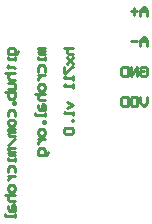
<source format=gbo>
G04 Layer_Color=13813960*
%FSLAX25Y25*%
%MOIN*%
G70*
G01*
G75*
%ADD20C,0.01000*%
D20*
X153500Y293500D02*
X151367D01*
Y292967D01*
X151900Y292434D01*
X153500D01*
X151900D01*
X151367Y291900D01*
X151900Y291367D01*
X153500D01*
Y290301D02*
Y289235D01*
Y289768D01*
X151367D01*
Y290301D01*
Y285503D02*
Y287102D01*
X151900Y287635D01*
X152967D01*
X153500Y287102D01*
Y285503D01*
X151367Y284436D02*
X153500D01*
X152434D01*
X151900Y283903D01*
X151367Y283370D01*
Y282837D01*
X153500Y280704D02*
Y279638D01*
X152967Y279105D01*
X151900D01*
X151367Y279638D01*
Y280704D01*
X151900Y281237D01*
X152967D01*
X153500Y280704D01*
X150301Y278038D02*
X153500D01*
X151900D01*
X151367Y277505D01*
Y276439D01*
X151900Y275906D01*
X153500D01*
X151367Y274306D02*
Y273240D01*
X151900Y272707D01*
X153500D01*
Y274306D01*
X152967Y274839D01*
X152434Y274306D01*
Y272707D01*
X153500Y271640D02*
Y270574D01*
Y271107D01*
X150301D01*
Y271640D01*
X153500Y268975D02*
X152967D01*
Y268441D01*
X153500D01*
Y268975D01*
Y265776D02*
Y264709D01*
X152967Y264176D01*
X151900D01*
X151367Y264709D01*
Y265776D01*
X151900Y266309D01*
X152967D01*
X153500Y265776D01*
X151367Y263110D02*
X153500D01*
X152434D01*
X151900Y262577D01*
X151367Y262043D01*
Y261510D01*
X154566Y258844D02*
Y258311D01*
X154033Y257778D01*
X151367D01*
Y259378D01*
X151900Y259911D01*
X152967D01*
X153500Y259378D01*
Y257778D01*
X159801Y293500D02*
X163000D01*
X161400D01*
X160867Y292967D01*
Y291900D01*
X161400Y291367D01*
X163000D01*
X160867Y290301D02*
X163000Y288168D01*
X161934Y289235D01*
X160867Y288168D01*
X163000Y290301D01*
X159801Y287102D02*
Y284969D01*
X160334D01*
X162467Y287102D01*
X163000D01*
Y283903D02*
Y282837D01*
Y283370D01*
X159801D01*
X160334Y283903D01*
X163000Y281237D02*
Y280171D01*
Y280704D01*
X159801D01*
X160334Y281237D01*
X160867Y275373D02*
X163000Y274306D01*
X160867Y273240D01*
X163000Y272174D02*
Y271107D01*
Y271640D01*
X159801D01*
X160334Y272174D01*
X163000Y269508D02*
X162467D01*
Y268975D01*
X163000D01*
Y269508D01*
X160334Y266842D02*
X159801Y266309D01*
Y265243D01*
X160334Y264709D01*
X162467D01*
X163000Y265243D01*
Y266309D01*
X162467Y266842D01*
X160334D01*
X144566Y292434D02*
Y291900D01*
X144033Y291367D01*
X141367D01*
Y292967D01*
X141901Y293500D01*
X142967D01*
X143500Y292967D01*
Y291367D01*
Y290301D02*
Y289235D01*
Y289768D01*
X141367D01*
Y290301D01*
X140834Y287102D02*
X141367D01*
Y287635D01*
Y286569D01*
Y287102D01*
X142967D01*
X143500Y286569D01*
X140301Y284969D02*
X143500D01*
X141901D01*
X141367Y284436D01*
Y283370D01*
X141901Y282837D01*
X143500D01*
X141367Y281770D02*
X142967D01*
X143500Y281237D01*
Y279638D01*
X141367D01*
X140301Y278572D02*
X143500D01*
Y276972D01*
X142967Y276439D01*
X142434D01*
X141901D01*
X141367Y276972D01*
Y278572D01*
X143500Y275373D02*
X142967D01*
Y274839D01*
X143500D01*
Y275373D01*
X141367Y270574D02*
Y272174D01*
X141901Y272707D01*
X142967D01*
X143500Y272174D01*
Y270574D01*
Y268975D02*
Y267908D01*
X142967Y267375D01*
X141901D01*
X141367Y267908D01*
Y268975D01*
X141901Y269508D01*
X142967D01*
X143500Y268975D01*
Y266309D02*
X141367D01*
Y265776D01*
X141901Y265243D01*
X143500D01*
X141901D01*
X141367Y264709D01*
X141901Y264176D01*
X143500D01*
Y263110D02*
X141367Y260977D01*
X143500Y259911D02*
X141367D01*
Y259378D01*
X141901Y258844D01*
X143500D01*
X141901D01*
X141367Y258311D01*
X141901Y257778D01*
X143500D01*
Y256712D02*
Y255646D01*
Y256179D01*
X141367D01*
Y256712D01*
Y251913D02*
Y253513D01*
X141901Y254046D01*
X142967D01*
X143500Y253513D01*
Y251913D01*
X141367Y250847D02*
X143500D01*
X142434D01*
X141901Y250314D01*
X141367Y249781D01*
Y249248D01*
X143500Y247115D02*
Y246049D01*
X142967Y245515D01*
X141901D01*
X141367Y246049D01*
Y247115D01*
X141901Y247648D01*
X142967D01*
X143500Y247115D01*
X140301Y244449D02*
X143500D01*
X141901D01*
X141367Y243916D01*
Y242850D01*
X141901Y242317D01*
X143500D01*
X141367Y240717D02*
Y239651D01*
X141901Y239118D01*
X143500D01*
Y240717D01*
X142967Y241250D01*
X142434Y240717D01*
Y239118D01*
X143500Y238051D02*
Y236985D01*
Y237518D01*
X140301D01*
Y238051D01*
X185367Y286666D02*
X185900Y287199D01*
X186967D01*
X187500Y286666D01*
Y284533D01*
X186967Y284000D01*
X185900D01*
X185367Y284533D01*
Y285599D01*
X186434D01*
X184301Y284000D02*
Y287199D01*
X182168Y284000D01*
Y287199D01*
X181102D02*
Y284000D01*
X179503D01*
X178969Y284533D01*
Y286666D01*
X179503Y287199D01*
X181102D01*
X187500Y277199D02*
Y275066D01*
X186434Y274000D01*
X185367Y275066D01*
Y277199D01*
X184301D02*
Y274000D01*
X182702D01*
X182168Y274533D01*
Y276666D01*
X182702Y277199D01*
X184301D01*
X181102D02*
Y274000D01*
X179503D01*
X178969Y274533D01*
Y276666D01*
X179503Y277199D01*
X181102D01*
X187500Y294000D02*
Y296133D01*
X186434Y297199D01*
X185367Y296133D01*
Y294000D01*
Y295600D01*
X187500D01*
X184301D02*
X182168D01*
X187500Y304000D02*
Y306133D01*
X186434Y307199D01*
X185367Y306133D01*
Y304000D01*
Y305599D01*
X187500D01*
X184301D02*
X182168D01*
X183235Y306666D02*
Y304533D01*
M02*

</source>
